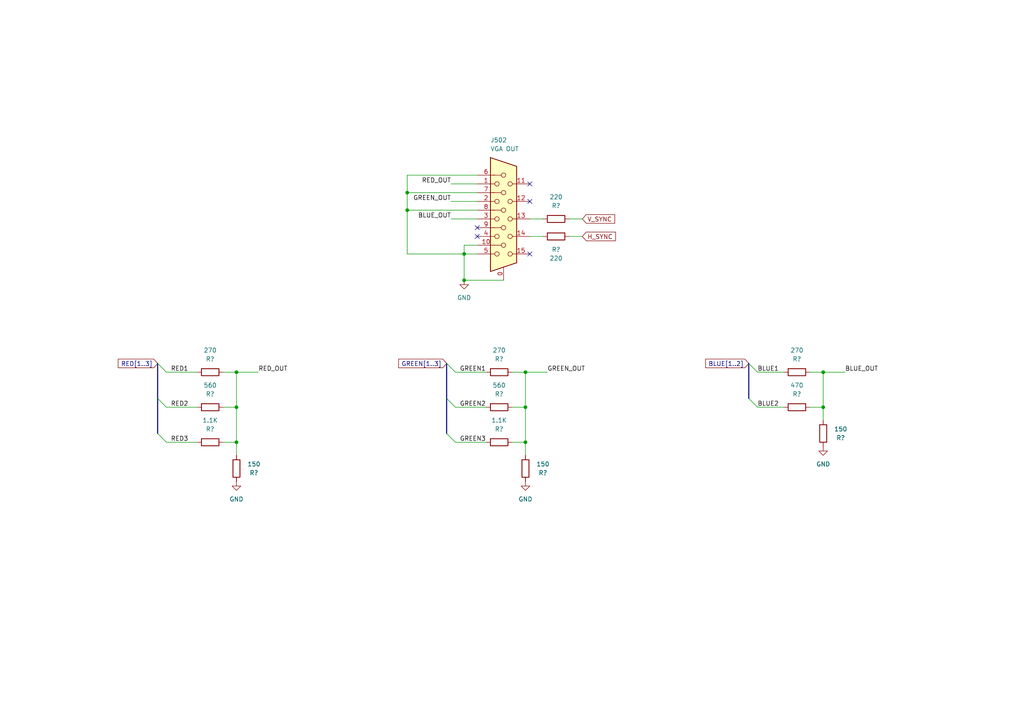
<source format=kicad_sch>
(kicad_sch (version 20230121) (generator eeschema)
  (paper "A4")
  (lib_symbols
    (symbol "Connector:DE15_Receptacle_HighDensity_MountingHoles" (pin_names (offset 1.016) hide)
      (property "Reference" "J" (at 0 21.59 0))
      (property "Value" "DE15_Receptacle_HighDensity_MountingHoles" (at 0 19.05 0))
      (symbol "DE15_Receptacle_HighDensity_MountingHoles_0_1"
        (circle (center -1.905 -10.16) (radius 0.635))
        (circle (center -1.905 -5.08) (radius 0.635))
        (circle (center -1.905 0) (radius 0.635))
        (circle (center -1.905 5.08) (radius 0.635))
        (circle (center -1.905 10.16) (radius 0.635))
        (circle (center 0 -7.62) (radius 0.635))
        (circle (center 0 -2.54) (radius 0.635))
        (polyline (pts (xy -3.175 7.62) (xy -0.635 7.62)))
        (polyline (pts (xy -0.635 -7.62) (xy -3.175 -7.62)))
        (polyline (pts (xy -0.635 -2.54) (xy -3.175 -2.54)))
        (polyline (pts (xy -0.635 2.54) (xy -3.175 2.54)))
        (polyline (pts (xy -0.635 12.7) (xy -3.175 12.7)))
        (polyline (pts (xy -3.81 17.78) (xy -3.81 -15.24) (xy 3.81 -12.7) (xy 3.81 15.24) (xy -3.81 17.78)) (stroke (width 0.254)) (fill (type background)))
        (circle (center 0 2.54) (radius 0.635))
        (circle (center 0 7.62) (radius 0.635))
        (circle (center 0 12.7) (radius 0.635))
        (circle (center 1.905 -10.16) (radius 0.635))
        (circle (center 1.905 -5.08) (radius 0.635))
        (circle (center 1.905 0) (radius 0.635))
        (circle (center 1.905 5.08) (radius 0.635))
        (circle (center 1.905 10.16) (radius 0.635))
      )
      (symbol "DE15_Receptacle_HighDensity_MountingHoles_1_1"
        (pin passive line (at 0 -17.78 90) (length 3.81) (name "~") (number "0"))
        (pin passive line (at -7.62 10.16 0) (length 5.08) (name "~") (number "1"))
        (pin passive line (at -7.62 -7.62 0) (length 5.08) (name "~") (number "10"))
        (pin passive line (at 7.62 10.16 180) (length 5.08) (name "~") (number "11"))
        (pin passive line (at 7.62 5.08 180) (length 5.08) (name "~") (number "12"))
        (pin passive line (at 7.62 0 180) (length 5.08) (name "~") (number "13"))
        (pin passive line (at 7.62 -5.08 180) (length 5.08) (name "~") (number "14"))
        (pin passive line (at 7.62 -10.16 180) (length 5.08) (name "~") (number "15"))
        (pin passive line (at -7.62 5.08 0) (length 5.08) (name "~") (number "2"))
        (pin passive line (at -7.62 0 0) (length 5.08) (name "~") (number "3"))
        (pin passive line (at -7.62 -5.08 0) (length 5.08) (name "~") (number "4"))
        (pin passive line (at -7.62 -10.16 0) (length 5.08) (name "~") (number "5"))
        (pin passive line (at -7.62 12.7 0) (length 5.08) (name "~") (number "6"))
        (pin passive line (at -7.62 7.62 0) (length 5.08) (name "~") (number "7"))
        (pin passive line (at -7.62 2.54 0) (length 5.08) (name "~") (number "8"))
        (pin passive line (at -7.62 -2.54 0) (length 5.08) (name "~") (number "9"))
      )
    )
    (symbol "Device:R" (pin_numbers hide) (pin_names (offset 0))
      (property "Reference" "R" (at 2.032 0 90))
      (property "Value" "R" (at 0 0 90))
      (symbol "R_0_1"
        (rectangle (start -1.016 -2.54) (end 1.016 2.54) (stroke (width 0.254)))
      )
      (symbol "R_1_1"
        (pin passive line (at 0 3.81 270) (length 1.27) (name "~") (number "1"))
        (pin passive line (at 0 -3.81 90) (length 1.27) (name "~") (number "2"))
      )
    )
    (symbol "power:GND" (power) (pin_names (offset 0))
      (property "Value" "GND" (at 0 -3.81 0))
      (symbol "GND_0_1"
        (polyline (pts (xy 0 0) (xy 0 -1.27) (xy 1.27 -1.27) (xy 0 -2.54) (xy -1.27 -1.27) (xy 0 -1.27)))
      )
      (symbol "GND_1_1"
        (pin power_in line (at 0 0 270) (length 0) hide (name "GND") (number "1"))
      )
    )
  )
  (junction (at 68.58 128.27))
  (junction (at 152.4 128.27))
  (junction (at 118.11 60.96))
  (junction (at 238.76 107.95))
  (junction (at 134.62 73.66))
  (junction (at 118.11 55.88))
  (junction (at 68.58 118.11))
  (junction (at 152.4 118.11))
  (junction (at 134.62 81.28))
  (junction (at 238.76 118.11))
  (junction (at 152.4 107.95))
  (junction (at 68.58 107.95))
  (no_connect (at 153.67 73.66))
  (no_connect (at 138.43 66.04))
  (no_connect (at 153.67 53.34))
  (no_connect (at 138.43 68.58))
  (no_connect (at 153.67 58.42))
  (bus_entry (at 45.72 105.41) (size 2.54 2.54))
  (bus_entry (at 129.54 105.41) (size 2.54 2.54))
  (bus_entry (at 129.54 125.73) (size 2.54 2.54))
  (bus_entry (at 129.54 115.57) (size 2.54 2.54))
  (bus_entry (at 45.72 115.57) (size 2.54 2.54))
  (bus_entry (at 217.17 115.57) (size 2.54 2.54))
  (bus_entry (at 217.17 105.41) (size 2.54 2.54))
  (bus_entry (at 45.72 125.73) (size 2.54 2.54))
  (wire (pts (xy 219.71 107.95) (xy 227.33 107.95)))
  (wire (pts (xy 238.76 118.11) (xy 238.76 121.92)))
  (wire (pts (xy 118.11 73.66) (xy 134.62 73.66)))
  (wire (pts (xy 134.62 73.66) (xy 138.43 73.66)))
  (bus (pts (xy 217.17 105.41) (xy 217.17 115.57)))
  (wire (pts (xy 132.08 107.95) (xy 140.97 107.95)))
  (wire (pts (xy 48.26 118.11) (xy 57.15 118.11)))
  (wire (pts (xy 68.58 118.11) (xy 64.77 118.11)))
  (wire (pts (xy 68.58 107.95) (xy 74.93 107.95)))
  (wire (pts (xy 168.91 68.58) (xy 165.1 68.58)))
  (wire (pts (xy 152.4 118.11) (xy 148.59 118.11)))
  (wire (pts (xy 118.11 60.96) (xy 138.43 60.96)))
  (bus (pts (xy 45.72 115.57) (xy 45.72 125.73)))
  (wire (pts (xy 130.81 63.5) (xy 138.43 63.5)))
  (wire (pts (xy 118.11 55.88) (xy 138.43 55.88)))
  (wire (pts (xy 168.91 63.5) (xy 165.1 63.5)))
  (wire (pts (xy 68.58 107.95) (xy 64.77 107.95)))
  (wire (pts (xy 152.4 107.95) (xy 148.59 107.95)))
  (wire (pts (xy 234.95 118.11) (xy 238.76 118.11)))
  (wire (pts (xy 152.4 128.27) (xy 152.4 132.08)))
  (wire (pts (xy 130.81 58.42) (xy 138.43 58.42)))
  (wire (pts (xy 68.58 128.27) (xy 68.58 132.08)))
  (wire (pts (xy 118.11 50.8) (xy 118.11 55.88)))
  (wire (pts (xy 132.08 128.27) (xy 140.97 128.27)))
  (bus (pts (xy 129.54 105.41) (xy 129.54 115.57)))
  (wire (pts (xy 138.43 50.8) (xy 118.11 50.8)))
  (wire (pts (xy 152.4 107.95) (xy 158.75 107.95)))
  (bus (pts (xy 129.54 115.57) (xy 129.54 125.73)))
  (wire (pts (xy 152.4 128.27) (xy 148.59 128.27)))
  (wire (pts (xy 130.81 53.34) (xy 138.43 53.34)))
  (wire (pts (xy 118.11 55.88) (xy 118.11 60.96)))
  (wire (pts (xy 134.62 81.28) (xy 134.62 73.66)))
  (wire (pts (xy 68.58 118.11) (xy 68.58 128.27)))
  (wire (pts (xy 48.26 128.27) (xy 57.15 128.27)))
  (wire (pts (xy 134.62 81.28) (xy 146.05 81.28)))
  (wire (pts (xy 68.58 107.95) (xy 68.58 118.11)))
  (bus (pts (xy 45.72 105.41) (xy 45.72 115.57)))
  (wire (pts (xy 118.11 60.96) (xy 118.11 73.66)))
  (wire (pts (xy 238.76 107.95) (xy 238.76 118.11)))
  (wire (pts (xy 238.76 107.95) (xy 245.11 107.95)))
  (wire (pts (xy 68.58 128.27) (xy 64.77 128.27)))
  (wire (pts (xy 238.76 107.95) (xy 234.95 107.95)))
  (wire (pts (xy 219.71 118.11) (xy 227.33 118.11)))
  (wire (pts (xy 132.08 118.11) (xy 140.97 118.11)))
  (wire (pts (xy 134.62 71.12) (xy 138.43 71.12)))
  (wire (pts (xy 134.62 73.66) (xy 134.62 71.12)))
  (wire (pts (xy 153.67 68.58) (xy 157.48 68.58)))
  (wire (pts (xy 152.4 107.95) (xy 152.4 118.11)))
  (wire (pts (xy 153.67 63.5) (xy 157.48 63.5)))
  (wire (pts (xy 152.4 118.11) (xy 152.4 128.27)))
  (wire (pts (xy 48.26 107.95) (xy 57.15 107.95)))
  (label "RED_OUT" (at 74.93 107.95 0))
  (label "BLUE1" (at 219.71 107.95 0))
  (label "GREEN2" (at 133.35 118.11 0))
  (label "GREEN_OUT" (at 158.75 107.95 0))
  (label "GREEN_OUT" (at 130.81 58.42 180))
  (label "RED3" (at 49.53 128.27 0))
  (label "BLUE_OUT" (at 245.11 107.95 0))
  (label "BLUE_OUT" (at 130.81 63.5 180))
  (label "RED2" (at 49.53 118.11 0))
  (label "GREEN1" (at 133.35 107.95 0))
  (label "RED1" (at 49.53 107.95 0))
  (label "RED_OUT" (at 130.81 53.34 180))
  (label "GREEN3" (at 133.35 128.27 0))
  (label "BLUE2" (at 219.71 118.11 0))
  (global_label "V_SYNC" (shape input) (at 168.91 63.5 0) (property "Intersheetrefs" "${INTERSHEET_REFS}" (effects hide)))
  (global_label "H_SYNC" (shape input) (at 168.91 68.58 0) (property "Intersheetrefs" "${INTERSHEET_REFS}" (effects hide)))
  (global_label "RED[1..3]" (shape input) (at 45.72 105.41 180) (property "Intersheetrefs" "${INTERSHEET_REFS}" (effects hide)))
  (global_label "GREEN[1..3]" (shape input) (at 129.54 105.41 180) (property "Intersheetrefs" "${INTERSHEET_REFS}" (effects hide)))
  (global_label "BLUE[1..2]" (shape input) (at 217.17 105.41 180) (property "Intersheetrefs" "${INTERSHEET_REFS}" (effects hide)))
  (symbol (lib_id "Device:R") (at 161.29 63.5 270) (unit 1)
    (property "Reference" "R?" (at 161.29 59.69 90))
    (property "Value" "220" (at 161.29 57.15 90))
    (property "Footprint" "Resistor_THT:R_Axial_DIN0207_L6.3mm_D2.5mm_P10.16mm_Horizontal" (effects hide))
    (instances (project "jcap" (path "" (reference "R?") (unit 1)) (path "" (reference "R?") (unit 1)) (path "" (reference "R?") (unit 1)) (path "" (reference "R513") (unit 1))))
  )
  (symbol (lib_id "Device:R") (at 144.78 128.27 270) (unit 1)
    (property "Reference" "R?" (at 144.78 124.46 90))
    (property "Value" "1.1K" (at 144.78 121.92 90))
    (property "Footprint" "Resistor_THT:R_Axial_DIN0207_L6.3mm_D2.5mm_P10.16mm_Horizontal" (effects hide))
    (instances (project "jcap" (path "" (reference "R?") (unit 1)) (path "" (reference "R?") (unit 1)) (path "" (reference "R?") (unit 1)) (path "" (reference "R507") (unit 1))))
  )
  (symbol (lib_id "Device:R") (at 60.96 118.11 270) (unit 1)
    (property "Reference" "R?" (at 60.96 114.3 90))
    (property "Value" "560" (at 60.96 111.76 90))
    (property "Footprint" "Resistor_THT:R_Axial_DIN0207_L6.3mm_D2.5mm_P10.16mm_Horizontal" (effects hide))
    (instances (project "jcap" (path "" (reference "R?") (unit 1)) (path "" (reference "R?") (unit 1)) (path "" (reference "R?") (unit 1)) (path "" (reference "R503") (unit 1))))
  )
  (symbol (lib_id "Device:R") (at 231.14 118.11 270) (unit 1)
    (property "Reference" "R?" (at 231.14 114.3 90))
    (property "Value" "470" (at 231.14 111.76 90))
    (property "Footprint" "Resistor_THT:R_Axial_DIN0207_L6.3mm_D2.5mm_P10.16mm_Horizontal" (effects hide))
    (instances (project "jcap" (path "" (reference "R?") (unit 1)) (path "" (reference "R?") (unit 1)) (path "" (reference "R?") (unit 1)) (path "" (reference "R510") (unit 1))))
  )
  (symbol (lib_id "Device:R") (at 144.78 118.11 270) (unit 1)
    (property "Reference" "R?" (at 144.78 114.3 90))
    (property "Value" "560" (at 144.78 111.76 90))
    (property "Footprint" "Resistor_THT:R_Axial_DIN0207_L6.3mm_D2.5mm_P10.16mm_Horizontal" (effects hide))
    (instances (project "jcap" (path "" (reference "R?") (unit 1)) (path "" (reference "R?") (unit 1)) (path "" (reference "R?") (unit 1)) (path "" (reference "R506") (unit 1))))
  )
  (symbol (lib_id "power:GND") (at 238.76 129.54 0) (unit 1)
    (property "Reference" "#PWR0503" (effects hide))
    (property "Value" "GND" (at 238.76 134.62 0))
  )
  (symbol (lib_id "Device:R") (at 161.29 68.58 90) (unit 1)
    (property "Reference" "R?" (at 161.29 72.39 90))
    (property "Value" "220" (at 161.29 74.93 90))
    (property "Footprint" "Resistor_THT:R_Axial_DIN0207_L6.3mm_D2.5mm_P10.16mm_Horizontal" (effects hide))
    (instances (project "jcap" (path "" (reference "R?") (unit 1)) (path "" (reference "R?") (unit 1)) (path "" (reference "R?") (unit 1)) (path "" (reference "R512") (unit 1))))
  )
  (symbol (lib_id "power:GND") (at 68.58 139.7 0) (unit 1)
    (property "Reference" "#PWR0501" (effects hide))
    (property "Value" "GND" (at 68.58 144.78 0))
  )
  (symbol (lib_id "Device:R") (at 238.76 125.73 180) (unit 1)
    (property "Reference" "R?" (at 243.84 127 0))
    (property "Value" "150" (at 243.84 124.46 0))
    (property "Footprint" "Resistor_THT:R_Axial_DIN0207_L6.3mm_D2.5mm_P10.16mm_Horizontal" (effects hide))
    (instances (project "jcap" (path "" (reference "R?") (unit 1)) (path "" (reference "R?") (unit 1)) (path "" (reference "R608") (unit 1)) (path "" (reference "R511") (unit 1))))
  )
  (symbol (lib_id "power:GND") (at 134.62 81.28 0) (mirror y) (unit 1)
    (property "Reference" "#PWR0502" (effects hide))
    (property "Value" "GND" (at 134.62 86.36 0))
  )
  (symbol (lib_id "Device:R") (at 68.58 135.89 180) (unit 1)
    (property "Reference" "R?" (at 73.66 137.16 0))
    (property "Value" "150" (at 73.66 134.62 0))
    (property "Footprint" "Resistor_THT:R_Axial_DIN0207_L6.3mm_D2.5mm_P10.16mm_Horizontal" (effects hide))
    (instances (project "jcap" (path "" (reference "R?") (unit 1)) (path "" (reference "R?") (unit 1)) (path "" (reference "R608") (unit 1)) (path "" (reference "R501") (unit 1))))
  )
  (symbol (lib_id "Device:R") (at 60.96 128.27 270) (unit 1)
    (property "Reference" "R?" (at 60.96 124.46 90))
    (property "Value" "1.1K" (at 60.96 121.92 90))
    (property "Footprint" "Resistor_THT:R_Axial_DIN0207_L6.3mm_D2.5mm_P10.16mm_Horizontal" (effects hide))
    (instances (project "jcap" (path "" (reference "R?") (unit 1)) (path "" (reference "R?") (unit 1)) (path "" (reference "R?") (unit 1)) (path "" (reference "R504") (unit 1))))
  )
  (symbol (lib_id "Device:R") (at 231.14 107.95 270) (unit 1)
    (property "Reference" "R?" (at 231.14 104.14 90))
    (property "Value" "270" (at 231.14 101.6 90))
    (property "Footprint" "Resistor_THT:R_Axial_DIN0207_L6.3mm_D2.5mm_P10.16mm_Horizontal" (effects hide))
    (instances (project "jcap" (path "" (reference "R?") (unit 1)) (path "" (reference "R?") (unit 1)) (path "" (reference "R?") (unit 1)) (path "" (reference "R509") (unit 1))))
  )
  (symbol (lib_id "Device:R") (at 152.4 135.89 180) (unit 1)
    (property "Reference" "R?" (at 157.48 137.16 0))
    (property "Value" "150" (at 157.48 134.62 0))
    (property "Footprint" "Resistor_THT:R_Axial_DIN0207_L6.3mm_D2.5mm_P10.16mm_Horizontal" (effects hide))
    (instances (project "jcap" (path "" (reference "R?") (unit 1)) (path "" (reference "R?") (unit 1)) (path "" (reference "R608") (unit 1)) (path "" (reference "R508") (unit 1))))
  )
  (symbol (lib_id "power:GND") (at 152.4 139.7 0) (unit 1)
    (property "Reference" "#PWR0506" (effects hide))
    (property "Value" "GND" (at 152.4 144.78 0))
  )
  (symbol (lib_id "Connector:DE15_Receptacle_HighDensity_MountingHoles") (at 146.05 63.5 0) (unit 1)
    (property "Reference" "J502" (at 142.24 40.64 0) (effects (justify left)))
    (property "Value" "VGA OUT" (at 142.24 43.18 0) (effects (justify left)))
    (property "Footprint" "Connector_Dsub:DSUB-15-HD_Female_Horizontal_P2.29x1.98mm_EdgePinOffset8.35mm_Housed_MountingHolesOffset10.89mm" (effects hide))
    (property "Datasheet" " ~" (effects hide))
  )
  (symbol (lib_id "Device:R") (at 144.78 107.95 270) (unit 1)
    (property "Reference" "R?" (at 144.78 104.14 90))
    (property "Value" "270" (at 144.78 101.6 90))
    (property "Footprint" "Resistor_THT:R_Axial_DIN0207_L6.3mm_D2.5mm_P10.16mm_Horizontal" (effects hide))
    (instances (project "jcap" (path "" (reference "R?") (unit 1)) (path "" (reference "R?") (unit 1)) (path "" (reference "R?") (unit 1)) (path "" (reference "R505") (unit 1))))
  )
  (symbol (lib_id "Device:R") (at 60.96 107.95 270) (unit 1)
    (property "Reference" "R?" (at 60.96 104.14 90))
    (property "Value" "270" (at 60.96 101.6 90))
    (property "Footprint" "Resistor_THT:R_Axial_DIN0207_L6.3mm_D2.5mm_P10.16mm_Horizontal" (effects hide))
    (instances (project "jcap" (path "" (reference "R?") (unit 1)) (path "" (reference "R?") (unit 1)) (path "" (reference "R?") (unit 1)) (path "" (reference "R502") (unit 1))))
  )
)
</source>
